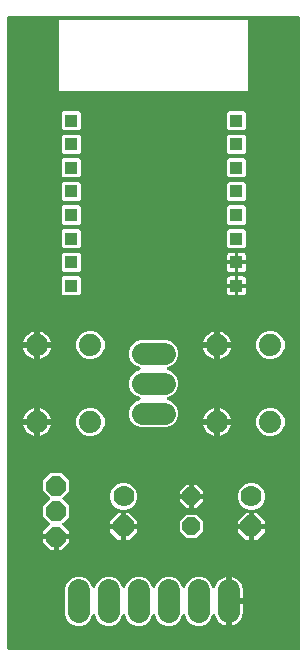
<source format=gbl>
G04 EAGLE Gerber RS-274X export*
G75*
%MOMM*%
%FSLAX34Y34*%
%LPD*%
%INBottom Copper*%
%IPPOS*%
%AMOC8*
5,1,8,0,0,1.08239X$1,22.5*%
G01*
%ADD10P,1.583577X8X112.500000*%
%ADD11C,1.778000*%
%ADD12P,1.924489X8X292.500000*%
%ADD13C,1.828800*%
%ADD14P,1.814519X8X112.500000*%
%ADD15R,1.108000X1.108000*%
%ADD16C,1.879600*%

G36*
X249648Y3016D02*
X249648Y3016D01*
X249767Y3023D01*
X249805Y3036D01*
X249846Y3041D01*
X249956Y3084D01*
X250069Y3121D01*
X250104Y3143D01*
X250141Y3158D01*
X250237Y3227D01*
X250338Y3291D01*
X250366Y3321D01*
X250399Y3344D01*
X250475Y3436D01*
X250556Y3523D01*
X250576Y3558D01*
X250601Y3589D01*
X250652Y3697D01*
X250710Y3801D01*
X250720Y3841D01*
X250737Y3877D01*
X250759Y3994D01*
X250789Y4109D01*
X250793Y4169D01*
X250797Y4189D01*
X250795Y4210D01*
X250799Y4270D01*
X250799Y538530D01*
X250784Y538648D01*
X250777Y538767D01*
X250764Y538805D01*
X250759Y538846D01*
X250716Y538956D01*
X250679Y539069D01*
X250657Y539104D01*
X250642Y539141D01*
X250573Y539237D01*
X250509Y539338D01*
X250479Y539366D01*
X250456Y539399D01*
X250364Y539475D01*
X250277Y539556D01*
X250242Y539576D01*
X250211Y539601D01*
X250103Y539652D01*
X249999Y539710D01*
X249959Y539720D01*
X249923Y539737D01*
X249806Y539759D01*
X249691Y539789D01*
X249631Y539793D01*
X249611Y539797D01*
X249590Y539795D01*
X249530Y539799D01*
X4270Y539799D01*
X4152Y539784D01*
X4033Y539777D01*
X3995Y539764D01*
X3954Y539759D01*
X3844Y539716D01*
X3731Y539679D01*
X3696Y539657D01*
X3659Y539642D01*
X3563Y539573D01*
X3462Y539509D01*
X3434Y539479D01*
X3401Y539456D01*
X3325Y539364D01*
X3244Y539277D01*
X3224Y539242D01*
X3199Y539211D01*
X3148Y539103D01*
X3090Y538999D01*
X3080Y538959D01*
X3063Y538923D01*
X3041Y538806D01*
X3011Y538691D01*
X3007Y538631D01*
X3003Y538611D01*
X3005Y538590D01*
X3001Y538530D01*
X3001Y4270D01*
X3016Y4152D01*
X3023Y4033D01*
X3036Y3995D01*
X3041Y3954D01*
X3084Y3844D01*
X3121Y3731D01*
X3143Y3696D01*
X3158Y3659D01*
X3227Y3563D01*
X3291Y3462D01*
X3321Y3434D01*
X3344Y3401D01*
X3436Y3325D01*
X3523Y3244D01*
X3558Y3224D01*
X3589Y3199D01*
X3697Y3148D01*
X3801Y3090D01*
X3841Y3080D01*
X3877Y3063D01*
X3994Y3041D01*
X4109Y3011D01*
X4169Y3007D01*
X4189Y3003D01*
X4210Y3005D01*
X4270Y3001D01*
X249530Y3001D01*
X249648Y3016D01*
G37*
%LPC*%
G36*
X47000Y476399D02*
X47000Y476399D01*
X46999Y476400D01*
X46999Y536400D01*
X47000Y536401D01*
X207000Y536401D01*
X207001Y536400D01*
X207001Y476400D01*
X207000Y476399D01*
X47000Y476399D01*
G37*
%LPD*%
%LPC*%
G36*
X61176Y23621D02*
X61176Y23621D01*
X56881Y25400D01*
X53594Y28687D01*
X51815Y32982D01*
X51815Y55918D01*
X53594Y60213D01*
X56881Y63500D01*
X61176Y65279D01*
X65824Y65279D01*
X70119Y63500D01*
X73406Y60213D01*
X75027Y56298D01*
X75096Y56177D01*
X75161Y56055D01*
X75175Y56040D01*
X75185Y56022D01*
X75282Y55922D01*
X75375Y55819D01*
X75392Y55808D01*
X75406Y55793D01*
X75525Y55721D01*
X75641Y55644D01*
X75660Y55638D01*
X75677Y55627D01*
X75810Y55586D01*
X75942Y55541D01*
X75962Y55540D01*
X75981Y55534D01*
X76120Y55527D01*
X76259Y55516D01*
X76279Y55519D01*
X76299Y55519D01*
X76435Y55547D01*
X76572Y55570D01*
X76591Y55579D01*
X76610Y55583D01*
X76736Y55644D01*
X76862Y55701D01*
X76878Y55714D01*
X76896Y55723D01*
X77002Y55813D01*
X77110Y55900D01*
X77123Y55916D01*
X77138Y55929D01*
X77218Y56043D01*
X77302Y56154D01*
X77314Y56179D01*
X77321Y56189D01*
X77328Y56208D01*
X77373Y56298D01*
X78994Y60213D01*
X82281Y63500D01*
X86576Y65279D01*
X91224Y65279D01*
X95519Y63500D01*
X98806Y60213D01*
X100427Y56298D01*
X100496Y56177D01*
X100561Y56055D01*
X100575Y56040D01*
X100585Y56022D01*
X100682Y55922D01*
X100775Y55819D01*
X100792Y55808D01*
X100806Y55793D01*
X100925Y55721D01*
X101041Y55644D01*
X101060Y55638D01*
X101077Y55627D01*
X101210Y55586D01*
X101342Y55541D01*
X101362Y55540D01*
X101381Y55534D01*
X101520Y55527D01*
X101659Y55516D01*
X101679Y55519D01*
X101699Y55519D01*
X101835Y55547D01*
X101972Y55570D01*
X101991Y55579D01*
X102010Y55583D01*
X102136Y55644D01*
X102262Y55701D01*
X102278Y55714D01*
X102296Y55723D01*
X102402Y55813D01*
X102510Y55900D01*
X102523Y55916D01*
X102538Y55929D01*
X102618Y56043D01*
X102702Y56154D01*
X102714Y56179D01*
X102721Y56189D01*
X102728Y56208D01*
X102773Y56298D01*
X104394Y60213D01*
X107681Y63500D01*
X111976Y65279D01*
X116624Y65279D01*
X120919Y63500D01*
X124206Y60213D01*
X125827Y56298D01*
X125896Y56177D01*
X125961Y56055D01*
X125975Y56040D01*
X125985Y56022D01*
X126082Y55922D01*
X126175Y55819D01*
X126192Y55808D01*
X126206Y55793D01*
X126325Y55721D01*
X126441Y55644D01*
X126460Y55638D01*
X126477Y55627D01*
X126610Y55586D01*
X126742Y55541D01*
X126762Y55540D01*
X126781Y55534D01*
X126920Y55527D01*
X127059Y55516D01*
X127079Y55519D01*
X127099Y55519D01*
X127235Y55547D01*
X127372Y55570D01*
X127391Y55579D01*
X127410Y55583D01*
X127536Y55644D01*
X127662Y55701D01*
X127678Y55714D01*
X127696Y55723D01*
X127802Y55813D01*
X127910Y55900D01*
X127923Y55916D01*
X127938Y55929D01*
X128018Y56043D01*
X128102Y56154D01*
X128114Y56179D01*
X128121Y56189D01*
X128128Y56208D01*
X128173Y56298D01*
X129794Y60213D01*
X133081Y63500D01*
X137376Y65279D01*
X142024Y65279D01*
X146319Y63500D01*
X149606Y60213D01*
X151227Y56298D01*
X151296Y56177D01*
X151361Y56055D01*
X151375Y56040D01*
X151385Y56022D01*
X151482Y55922D01*
X151575Y55819D01*
X151592Y55808D01*
X151606Y55793D01*
X151725Y55721D01*
X151841Y55644D01*
X151860Y55638D01*
X151877Y55627D01*
X152010Y55586D01*
X152142Y55541D01*
X152162Y55540D01*
X152181Y55534D01*
X152320Y55527D01*
X152459Y55516D01*
X152479Y55519D01*
X152499Y55519D01*
X152635Y55547D01*
X152772Y55570D01*
X152791Y55579D01*
X152810Y55583D01*
X152936Y55644D01*
X153062Y55701D01*
X153078Y55714D01*
X153096Y55723D01*
X153202Y55813D01*
X153310Y55900D01*
X153323Y55916D01*
X153338Y55929D01*
X153418Y56043D01*
X153502Y56154D01*
X153514Y56179D01*
X153521Y56189D01*
X153528Y56208D01*
X153573Y56298D01*
X155194Y60213D01*
X158481Y63500D01*
X162776Y65279D01*
X167424Y65279D01*
X171719Y63500D01*
X175006Y60213D01*
X176692Y56141D01*
X176698Y56131D01*
X176702Y56119D01*
X176711Y56103D01*
X176716Y56087D01*
X176783Y55982D01*
X176850Y55865D01*
X176858Y55856D01*
X176865Y55846D01*
X176878Y55833D01*
X176887Y55819D01*
X176977Y55734D01*
X177071Y55637D01*
X177082Y55630D01*
X177090Y55622D01*
X177107Y55612D01*
X177118Y55601D01*
X177226Y55542D01*
X177342Y55470D01*
X177354Y55467D01*
X177364Y55461D01*
X177383Y55455D01*
X177397Y55448D01*
X177516Y55417D01*
X177646Y55377D01*
X177658Y55376D01*
X177670Y55373D01*
X177689Y55372D01*
X177705Y55368D01*
X177827Y55368D01*
X177964Y55362D01*
X177976Y55364D01*
X177988Y55364D01*
X178007Y55368D01*
X178023Y55368D01*
X178142Y55398D01*
X178275Y55426D01*
X178286Y55431D01*
X178298Y55434D01*
X178315Y55443D01*
X178331Y55447D01*
X178439Y55506D01*
X178561Y55566D01*
X178570Y55574D01*
X178581Y55579D01*
X178595Y55592D01*
X178610Y55600D01*
X178700Y55684D01*
X178803Y55772D01*
X178810Y55782D01*
X178819Y55790D01*
X178830Y55806D01*
X178842Y55817D01*
X178909Y55923D01*
X178986Y56032D01*
X178990Y56043D01*
X178997Y56054D01*
X179004Y56071D01*
X179013Y56086D01*
X179072Y56235D01*
X179671Y58079D01*
X180506Y59718D01*
X181587Y61206D01*
X182888Y62507D01*
X184376Y63588D01*
X186015Y64423D01*
X187764Y64991D01*
X187961Y65022D01*
X187961Y45720D01*
X187976Y45602D01*
X187983Y45483D01*
X187996Y45445D01*
X188001Y45405D01*
X188044Y45294D01*
X188081Y45181D01*
X188103Y45147D01*
X188118Y45109D01*
X188188Y45013D01*
X188251Y44912D01*
X188281Y44884D01*
X188304Y44852D01*
X188396Y44776D01*
X188483Y44694D01*
X188518Y44675D01*
X188549Y44649D01*
X188657Y44598D01*
X188761Y44541D01*
X188801Y44530D01*
X188837Y44513D01*
X188954Y44491D01*
X189069Y44461D01*
X189130Y44457D01*
X189150Y44453D01*
X189170Y44455D01*
X189230Y44451D01*
X190501Y44451D01*
X190501Y44449D01*
X189230Y44449D01*
X189112Y44434D01*
X188993Y44427D01*
X188955Y44414D01*
X188914Y44409D01*
X188804Y44365D01*
X188691Y44329D01*
X188656Y44307D01*
X188619Y44292D01*
X188523Y44222D01*
X188422Y44159D01*
X188394Y44129D01*
X188361Y44105D01*
X188286Y44014D01*
X188204Y43927D01*
X188184Y43892D01*
X188159Y43860D01*
X188108Y43753D01*
X188050Y43648D01*
X188040Y43609D01*
X188023Y43573D01*
X188001Y43456D01*
X187971Y43341D01*
X187967Y43280D01*
X187963Y43260D01*
X187965Y43240D01*
X187961Y43180D01*
X187961Y23878D01*
X187764Y23909D01*
X186015Y24477D01*
X184376Y25312D01*
X182888Y26393D01*
X181587Y27694D01*
X180506Y29182D01*
X179671Y30821D01*
X179072Y32665D01*
X179062Y32686D01*
X179057Y32709D01*
X179054Y32715D01*
X179052Y32721D01*
X178991Y32838D01*
X178937Y32953D01*
X178922Y32970D01*
X178911Y32992D01*
X178907Y32997D01*
X178904Y33002D01*
X178814Y33101D01*
X178734Y33198D01*
X178716Y33211D01*
X178699Y33229D01*
X178694Y33233D01*
X178690Y33238D01*
X178577Y33312D01*
X178477Y33385D01*
X178456Y33393D01*
X178436Y33407D01*
X178429Y33409D01*
X178424Y33412D01*
X178296Y33456D01*
X178181Y33502D01*
X178159Y33505D01*
X178136Y33513D01*
X178129Y33513D01*
X178123Y33516D01*
X177988Y33526D01*
X177866Y33542D01*
X177844Y33539D01*
X177819Y33541D01*
X177813Y33540D01*
X177806Y33541D01*
X177672Y33517D01*
X177550Y33502D01*
X177530Y33494D01*
X177505Y33490D01*
X177499Y33487D01*
X177493Y33486D01*
X177369Y33430D01*
X177254Y33385D01*
X177237Y33372D01*
X177214Y33362D01*
X177209Y33358D01*
X177203Y33356D01*
X177097Y33271D01*
X176997Y33199D01*
X176983Y33181D01*
X176963Y33166D01*
X176960Y33161D01*
X176955Y33157D01*
X176874Y33050D01*
X176794Y32954D01*
X176784Y32933D01*
X176770Y32914D01*
X176767Y32908D01*
X176763Y32903D01*
X176692Y32759D01*
X175006Y28687D01*
X171719Y25400D01*
X167424Y23621D01*
X162776Y23621D01*
X158481Y25400D01*
X155194Y28687D01*
X153573Y32602D01*
X153504Y32722D01*
X153439Y32845D01*
X153425Y32860D01*
X153415Y32878D01*
X153318Y32978D01*
X153225Y33081D01*
X153208Y33092D01*
X153194Y33106D01*
X153076Y33179D01*
X152959Y33256D01*
X152940Y33262D01*
X152923Y33273D01*
X152790Y33314D01*
X152658Y33359D01*
X152638Y33360D01*
X152619Y33366D01*
X152480Y33373D01*
X152341Y33384D01*
X152321Y33381D01*
X152301Y33381D01*
X152165Y33353D01*
X152028Y33330D01*
X152010Y33321D01*
X151990Y33317D01*
X151864Y33256D01*
X151738Y33199D01*
X151722Y33186D01*
X151704Y33177D01*
X151598Y33087D01*
X151490Y33000D01*
X151477Y32984D01*
X151462Y32971D01*
X151382Y32857D01*
X151298Y32746D01*
X151286Y32721D01*
X151279Y32711D01*
X151272Y32692D01*
X151227Y32602D01*
X149606Y28687D01*
X146319Y25400D01*
X142024Y23621D01*
X137376Y23621D01*
X133081Y25400D01*
X129794Y28687D01*
X128173Y32602D01*
X128104Y32722D01*
X128039Y32845D01*
X128025Y32860D01*
X128015Y32878D01*
X127918Y32978D01*
X127825Y33081D01*
X127808Y33092D01*
X127794Y33106D01*
X127676Y33179D01*
X127559Y33256D01*
X127540Y33262D01*
X127523Y33273D01*
X127390Y33314D01*
X127258Y33359D01*
X127238Y33360D01*
X127219Y33366D01*
X127080Y33373D01*
X126941Y33384D01*
X126921Y33381D01*
X126901Y33381D01*
X126765Y33353D01*
X126628Y33330D01*
X126610Y33321D01*
X126590Y33317D01*
X126464Y33256D01*
X126338Y33199D01*
X126322Y33186D01*
X126304Y33177D01*
X126198Y33087D01*
X126090Y33000D01*
X126077Y32984D01*
X126062Y32971D01*
X125982Y32857D01*
X125898Y32746D01*
X125886Y32721D01*
X125879Y32711D01*
X125872Y32692D01*
X125827Y32602D01*
X124206Y28687D01*
X120919Y25400D01*
X116624Y23621D01*
X111976Y23621D01*
X107681Y25400D01*
X104394Y28687D01*
X102773Y32602D01*
X102704Y32722D01*
X102639Y32845D01*
X102625Y32860D01*
X102615Y32878D01*
X102518Y32978D01*
X102425Y33081D01*
X102408Y33092D01*
X102394Y33106D01*
X102276Y33179D01*
X102159Y33256D01*
X102140Y33262D01*
X102123Y33273D01*
X101990Y33314D01*
X101858Y33359D01*
X101838Y33360D01*
X101819Y33366D01*
X101680Y33373D01*
X101541Y33384D01*
X101521Y33381D01*
X101501Y33381D01*
X101365Y33353D01*
X101228Y33330D01*
X101210Y33321D01*
X101190Y33317D01*
X101064Y33256D01*
X100938Y33199D01*
X100922Y33186D01*
X100904Y33177D01*
X100798Y33087D01*
X100690Y33000D01*
X100677Y32984D01*
X100662Y32971D01*
X100582Y32857D01*
X100498Y32746D01*
X100486Y32721D01*
X100479Y32711D01*
X100472Y32692D01*
X100427Y32602D01*
X98806Y28687D01*
X95519Y25400D01*
X91224Y23621D01*
X86576Y23621D01*
X82281Y25400D01*
X78994Y28687D01*
X77373Y32602D01*
X77304Y32722D01*
X77239Y32845D01*
X77225Y32860D01*
X77215Y32878D01*
X77118Y32978D01*
X77025Y33081D01*
X77008Y33092D01*
X76994Y33106D01*
X76876Y33179D01*
X76759Y33256D01*
X76740Y33262D01*
X76723Y33273D01*
X76590Y33314D01*
X76458Y33359D01*
X76438Y33360D01*
X76419Y33366D01*
X76280Y33373D01*
X76141Y33384D01*
X76121Y33381D01*
X76101Y33381D01*
X75965Y33353D01*
X75828Y33330D01*
X75810Y33321D01*
X75790Y33317D01*
X75664Y33256D01*
X75538Y33199D01*
X75522Y33186D01*
X75504Y33177D01*
X75398Y33087D01*
X75290Y33000D01*
X75277Y32984D01*
X75262Y32971D01*
X75182Y32857D01*
X75098Y32746D01*
X75086Y32721D01*
X75079Y32711D01*
X75072Y32692D01*
X75027Y32602D01*
X73406Y28687D01*
X70119Y25400D01*
X65824Y23621D01*
X61176Y23621D01*
G37*
%LPD*%
%LPC*%
G36*
X115532Y191515D02*
X115532Y191515D01*
X111237Y193294D01*
X107950Y196581D01*
X106171Y200876D01*
X106171Y205524D01*
X107950Y209819D01*
X111237Y213106D01*
X115152Y214727D01*
X115272Y214796D01*
X115395Y214861D01*
X115410Y214875D01*
X115428Y214885D01*
X115528Y214982D01*
X115631Y215075D01*
X115642Y215092D01*
X115656Y215106D01*
X115729Y215224D01*
X115806Y215341D01*
X115812Y215360D01*
X115823Y215377D01*
X115864Y215510D01*
X115909Y215642D01*
X115910Y215662D01*
X115916Y215681D01*
X115923Y215820D01*
X115934Y215959D01*
X115931Y215979D01*
X115931Y215999D01*
X115903Y216135D01*
X115880Y216272D01*
X115871Y216290D01*
X115867Y216310D01*
X115806Y216436D01*
X115749Y216562D01*
X115736Y216578D01*
X115727Y216596D01*
X115637Y216702D01*
X115550Y216810D01*
X115534Y216823D01*
X115521Y216838D01*
X115407Y216918D01*
X115296Y217002D01*
X115271Y217014D01*
X115261Y217021D01*
X115242Y217028D01*
X115152Y217073D01*
X111237Y218694D01*
X107950Y221981D01*
X106171Y226276D01*
X106171Y230924D01*
X107950Y235219D01*
X111237Y238506D01*
X115152Y240127D01*
X115272Y240196D01*
X115395Y240261D01*
X115410Y240275D01*
X115428Y240285D01*
X115528Y240382D01*
X115631Y240475D01*
X115642Y240492D01*
X115656Y240506D01*
X115729Y240624D01*
X115806Y240741D01*
X115812Y240760D01*
X115823Y240777D01*
X115864Y240910D01*
X115909Y241042D01*
X115910Y241062D01*
X115916Y241081D01*
X115923Y241220D01*
X115934Y241359D01*
X115931Y241379D01*
X115931Y241399D01*
X115903Y241535D01*
X115880Y241672D01*
X115871Y241690D01*
X115867Y241710D01*
X115806Y241836D01*
X115749Y241962D01*
X115736Y241978D01*
X115727Y241996D01*
X115637Y242102D01*
X115550Y242210D01*
X115534Y242223D01*
X115521Y242238D01*
X115407Y242318D01*
X115296Y242402D01*
X115271Y242414D01*
X115261Y242421D01*
X115242Y242428D01*
X115152Y242473D01*
X111237Y244094D01*
X107950Y247381D01*
X106171Y251676D01*
X106171Y256324D01*
X107950Y260619D01*
X111237Y263906D01*
X115532Y265685D01*
X138468Y265685D01*
X142763Y263906D01*
X146050Y260619D01*
X147829Y256324D01*
X147829Y251676D01*
X146050Y247381D01*
X142763Y244094D01*
X138848Y242473D01*
X138727Y242404D01*
X138605Y242339D01*
X138590Y242325D01*
X138572Y242315D01*
X138472Y242218D01*
X138369Y242125D01*
X138358Y242108D01*
X138343Y242094D01*
X138271Y241975D01*
X138194Y241859D01*
X138188Y241840D01*
X138177Y241823D01*
X138136Y241690D01*
X138091Y241558D01*
X138090Y241538D01*
X138084Y241519D01*
X138077Y241380D01*
X138066Y241241D01*
X138069Y241221D01*
X138069Y241201D01*
X138097Y241065D01*
X138120Y240928D01*
X138129Y240909D01*
X138133Y240890D01*
X138194Y240764D01*
X138251Y240638D01*
X138264Y240622D01*
X138273Y240604D01*
X138363Y240498D01*
X138450Y240390D01*
X138466Y240377D01*
X138479Y240362D01*
X138593Y240282D01*
X138704Y240198D01*
X138729Y240186D01*
X138739Y240179D01*
X138758Y240172D01*
X138848Y240127D01*
X142763Y238506D01*
X146050Y235219D01*
X147829Y230924D01*
X147829Y226276D01*
X146050Y221981D01*
X142763Y218694D01*
X138848Y217073D01*
X138727Y217004D01*
X138605Y216939D01*
X138590Y216925D01*
X138572Y216915D01*
X138472Y216818D01*
X138369Y216725D01*
X138358Y216708D01*
X138343Y216694D01*
X138271Y216575D01*
X138194Y216459D01*
X138188Y216440D01*
X138177Y216423D01*
X138136Y216290D01*
X138091Y216158D01*
X138090Y216138D01*
X138084Y216119D01*
X138077Y215980D01*
X138066Y215841D01*
X138069Y215821D01*
X138069Y215801D01*
X138097Y215665D01*
X138120Y215528D01*
X138129Y215509D01*
X138133Y215490D01*
X138194Y215364D01*
X138251Y215238D01*
X138264Y215222D01*
X138273Y215204D01*
X138363Y215098D01*
X138450Y214990D01*
X138466Y214977D01*
X138479Y214962D01*
X138593Y214882D01*
X138704Y214798D01*
X138729Y214786D01*
X138739Y214779D01*
X138758Y214772D01*
X138848Y214727D01*
X142763Y213106D01*
X146050Y209819D01*
X147829Y205524D01*
X147829Y200876D01*
X146050Y196581D01*
X142763Y193294D01*
X138468Y191515D01*
X115532Y191515D01*
G37*
%LPD*%
%LPC*%
G36*
X44435Y100848D02*
X44435Y100848D01*
X44400Y100868D01*
X44368Y100893D01*
X44261Y100944D01*
X44156Y101002D01*
X44117Y101012D01*
X44081Y101029D01*
X43964Y101051D01*
X43848Y101081D01*
X43788Y101085D01*
X43768Y101089D01*
X43748Y101087D01*
X43688Y101091D01*
X33527Y101091D01*
X33527Y103584D01*
X38900Y108958D01*
X38974Y109052D01*
X39052Y109141D01*
X39071Y109177D01*
X39095Y109209D01*
X39143Y109318D01*
X39197Y109424D01*
X39206Y109463D01*
X39222Y109501D01*
X39240Y109618D01*
X39266Y109734D01*
X39265Y109775D01*
X39272Y109815D01*
X39260Y109933D01*
X39257Y110052D01*
X39246Y110091D01*
X39242Y110131D01*
X39201Y110244D01*
X39168Y110358D01*
X39148Y110393D01*
X39134Y110431D01*
X39067Y110529D01*
X39007Y110632D01*
X38967Y110677D01*
X38956Y110694D01*
X38940Y110707D01*
X38900Y110753D01*
X33527Y116126D01*
X33527Y125174D01*
X38900Y130547D01*
X38974Y130642D01*
X39052Y130731D01*
X39071Y130767D01*
X39095Y130799D01*
X39143Y130908D01*
X39197Y131014D01*
X39206Y131053D01*
X39222Y131091D01*
X39240Y131208D01*
X39266Y131324D01*
X39265Y131365D01*
X39272Y131405D01*
X39260Y131523D01*
X39257Y131642D01*
X39246Y131681D01*
X39242Y131721D01*
X39201Y131834D01*
X39168Y131948D01*
X39148Y131982D01*
X39134Y132021D01*
X39067Y132119D01*
X39007Y132222D01*
X38967Y132267D01*
X38956Y132284D01*
X38940Y132297D01*
X38900Y132342D01*
X33527Y137716D01*
X33527Y146764D01*
X39926Y153163D01*
X48974Y153163D01*
X55373Y146764D01*
X55373Y137716D01*
X50000Y132342D01*
X49926Y132248D01*
X49848Y132159D01*
X49829Y132123D01*
X49805Y132091D01*
X49757Y131982D01*
X49703Y131876D01*
X49694Y131837D01*
X49678Y131799D01*
X49660Y131682D01*
X49634Y131566D01*
X49635Y131525D01*
X49628Y131485D01*
X49640Y131367D01*
X49643Y131248D01*
X49654Y131209D01*
X49658Y131169D01*
X49699Y131056D01*
X49732Y130942D01*
X49752Y130907D01*
X49766Y130869D01*
X49833Y130771D01*
X49893Y130668D01*
X49933Y130623D01*
X49944Y130606D01*
X49960Y130593D01*
X50000Y130547D01*
X55373Y125174D01*
X55373Y116126D01*
X50000Y110753D01*
X49926Y110658D01*
X49848Y110569D01*
X49829Y110533D01*
X49805Y110501D01*
X49757Y110392D01*
X49703Y110286D01*
X49694Y110247D01*
X49678Y110209D01*
X49660Y110092D01*
X49634Y109976D01*
X49635Y109935D01*
X49628Y109895D01*
X49640Y109777D01*
X49643Y109658D01*
X49654Y109619D01*
X49658Y109579D01*
X49699Y109466D01*
X49732Y109352D01*
X49752Y109318D01*
X49766Y109279D01*
X49833Y109181D01*
X49893Y109078D01*
X49933Y109033D01*
X49944Y109016D01*
X49960Y109003D01*
X50000Y108958D01*
X55373Y103584D01*
X55373Y101091D01*
X45212Y101091D01*
X45094Y101076D01*
X44975Y101069D01*
X44937Y101056D01*
X44897Y101051D01*
X44786Y101008D01*
X44673Y100971D01*
X44639Y100949D01*
X44601Y100934D01*
X44505Y100865D01*
X44453Y100831D01*
X44435Y100848D01*
G37*
%LPD*%
%LPC*%
G36*
X71031Y184149D02*
X71031Y184149D01*
X66643Y185967D01*
X63285Y189325D01*
X61467Y193713D01*
X61467Y198463D01*
X63285Y202851D01*
X66643Y206209D01*
X71031Y208027D01*
X75781Y208027D01*
X80169Y206209D01*
X83527Y202851D01*
X85345Y198463D01*
X85345Y193713D01*
X83527Y189325D01*
X80169Y185967D01*
X75781Y184149D01*
X71031Y184149D01*
G37*
%LPD*%
%LPC*%
G36*
X223431Y184149D02*
X223431Y184149D01*
X219043Y185967D01*
X215685Y189325D01*
X213867Y193713D01*
X213867Y198463D01*
X215685Y202851D01*
X219043Y206209D01*
X223431Y208027D01*
X228181Y208027D01*
X232569Y206209D01*
X235927Y202851D01*
X237745Y198463D01*
X237745Y193713D01*
X235927Y189325D01*
X232569Y185967D01*
X228181Y184149D01*
X223431Y184149D01*
G37*
%LPD*%
%LPC*%
G36*
X223431Y249173D02*
X223431Y249173D01*
X219043Y250991D01*
X215685Y254349D01*
X213867Y258737D01*
X213867Y263487D01*
X215685Y267875D01*
X219043Y271233D01*
X223431Y273051D01*
X228181Y273051D01*
X232569Y271233D01*
X235927Y267875D01*
X237745Y263487D01*
X237745Y258737D01*
X235927Y254349D01*
X232569Y250991D01*
X228181Y249173D01*
X223431Y249173D01*
G37*
%LPD*%
%LPC*%
G36*
X71031Y249173D02*
X71031Y249173D01*
X66643Y250991D01*
X63285Y254349D01*
X61467Y258737D01*
X61467Y263487D01*
X63285Y267875D01*
X66643Y271233D01*
X71031Y273051D01*
X75781Y273051D01*
X80169Y271233D01*
X83527Y267875D01*
X85345Y263487D01*
X85345Y258737D01*
X83527Y254349D01*
X80169Y250991D01*
X75781Y249173D01*
X71031Y249173D01*
G37*
%LPD*%
%LPC*%
G36*
X99326Y121919D02*
X99326Y121919D01*
X95125Y123659D01*
X91909Y126875D01*
X90169Y131076D01*
X90169Y135624D01*
X91909Y139825D01*
X95125Y143041D01*
X99326Y144781D01*
X103874Y144781D01*
X108075Y143041D01*
X111291Y139825D01*
X113031Y135624D01*
X113031Y131076D01*
X111291Y126875D01*
X108075Y123659D01*
X103874Y121919D01*
X99326Y121919D01*
G37*
%LPD*%
%LPC*%
G36*
X207276Y121919D02*
X207276Y121919D01*
X203075Y123659D01*
X199859Y126875D01*
X198119Y131076D01*
X198119Y135624D01*
X199859Y139825D01*
X203075Y143041D01*
X207276Y144781D01*
X211824Y144781D01*
X216025Y143041D01*
X219241Y139825D01*
X220981Y135624D01*
X220981Y131076D01*
X219241Y126875D01*
X216025Y123659D01*
X211824Y121919D01*
X207276Y121919D01*
G37*
%LPD*%
%LPC*%
G36*
X154668Y98094D02*
X154668Y98094D01*
X148894Y103868D01*
X148894Y112032D01*
X154668Y117806D01*
X162832Y117806D01*
X168606Y112032D01*
X168606Y103868D01*
X162832Y98094D01*
X154668Y98094D01*
G37*
%LPD*%
%LPC*%
G36*
X190408Y443319D02*
X190408Y443319D01*
X188919Y444808D01*
X188919Y457992D01*
X190408Y459481D01*
X203592Y459481D01*
X205081Y457992D01*
X205081Y444808D01*
X203592Y443319D01*
X190408Y443319D01*
G37*
%LPD*%
%LPC*%
G36*
X50408Y443319D02*
X50408Y443319D01*
X48919Y444808D01*
X48919Y457992D01*
X50408Y459481D01*
X63592Y459481D01*
X65081Y457992D01*
X65081Y444808D01*
X63592Y443319D01*
X50408Y443319D01*
G37*
%LPD*%
%LPC*%
G36*
X190408Y423319D02*
X190408Y423319D01*
X188919Y424808D01*
X188919Y437992D01*
X190408Y439481D01*
X203592Y439481D01*
X205081Y437992D01*
X205081Y424808D01*
X203592Y423319D01*
X190408Y423319D01*
G37*
%LPD*%
%LPC*%
G36*
X50408Y423319D02*
X50408Y423319D01*
X48919Y424808D01*
X48919Y437992D01*
X50408Y439481D01*
X63592Y439481D01*
X65081Y437992D01*
X65081Y424808D01*
X63592Y423319D01*
X50408Y423319D01*
G37*
%LPD*%
%LPC*%
G36*
X190408Y403319D02*
X190408Y403319D01*
X188919Y404808D01*
X188919Y417992D01*
X190408Y419481D01*
X203592Y419481D01*
X205081Y417992D01*
X205081Y404808D01*
X203592Y403319D01*
X190408Y403319D01*
G37*
%LPD*%
%LPC*%
G36*
X50408Y403319D02*
X50408Y403319D01*
X48919Y404808D01*
X48919Y417992D01*
X50408Y419481D01*
X63592Y419481D01*
X65081Y417992D01*
X65081Y404808D01*
X63592Y403319D01*
X50408Y403319D01*
G37*
%LPD*%
%LPC*%
G36*
X190408Y383319D02*
X190408Y383319D01*
X188919Y384808D01*
X188919Y397992D01*
X190408Y399481D01*
X203592Y399481D01*
X205081Y397992D01*
X205081Y384808D01*
X203592Y383319D01*
X190408Y383319D01*
G37*
%LPD*%
%LPC*%
G36*
X50408Y383319D02*
X50408Y383319D01*
X48919Y384808D01*
X48919Y397992D01*
X50408Y399481D01*
X63592Y399481D01*
X65081Y397992D01*
X65081Y384808D01*
X63592Y383319D01*
X50408Y383319D01*
G37*
%LPD*%
%LPC*%
G36*
X190408Y363319D02*
X190408Y363319D01*
X188919Y364808D01*
X188919Y377992D01*
X190408Y379481D01*
X203592Y379481D01*
X205081Y377992D01*
X205081Y364808D01*
X203592Y363319D01*
X190408Y363319D01*
G37*
%LPD*%
%LPC*%
G36*
X50408Y363319D02*
X50408Y363319D01*
X48919Y364808D01*
X48919Y377992D01*
X50408Y379481D01*
X63592Y379481D01*
X65081Y377992D01*
X65081Y364808D01*
X63592Y363319D01*
X50408Y363319D01*
G37*
%LPD*%
%LPC*%
G36*
X190408Y343319D02*
X190408Y343319D01*
X188919Y344808D01*
X188919Y357992D01*
X190408Y359481D01*
X203592Y359481D01*
X205081Y357992D01*
X205081Y344808D01*
X203592Y343319D01*
X190408Y343319D01*
G37*
%LPD*%
%LPC*%
G36*
X50408Y343319D02*
X50408Y343319D01*
X48919Y344808D01*
X48919Y357992D01*
X50408Y359481D01*
X63592Y359481D01*
X65081Y357992D01*
X65081Y344808D01*
X63592Y343319D01*
X50408Y343319D01*
G37*
%LPD*%
%LPC*%
G36*
X50408Y323319D02*
X50408Y323319D01*
X48919Y324808D01*
X48919Y337992D01*
X50408Y339481D01*
X63592Y339481D01*
X65081Y337992D01*
X65081Y324808D01*
X63592Y323319D01*
X50408Y323319D01*
G37*
%LPD*%
%LPC*%
G36*
X50408Y303319D02*
X50408Y303319D01*
X48919Y304808D01*
X48919Y317992D01*
X50408Y319481D01*
X63592Y319481D01*
X65081Y317992D01*
X65081Y304808D01*
X63592Y303319D01*
X50408Y303319D01*
G37*
%LPD*%
%LPC*%
G36*
X193039Y46989D02*
X193039Y46989D01*
X193039Y65022D01*
X193236Y64991D01*
X194985Y64423D01*
X196624Y63588D01*
X198112Y62507D01*
X199413Y61206D01*
X200494Y59718D01*
X201329Y58079D01*
X201897Y56330D01*
X202185Y54514D01*
X202185Y46989D01*
X193039Y46989D01*
G37*
%LPD*%
%LPC*%
G36*
X193039Y41911D02*
X193039Y41911D01*
X202185Y41911D01*
X202185Y34386D01*
X201897Y32570D01*
X201329Y30821D01*
X200494Y29182D01*
X199413Y27694D01*
X198112Y26393D01*
X196624Y25312D01*
X194985Y24477D01*
X193236Y23909D01*
X193039Y23878D01*
X193039Y41911D01*
G37*
%LPD*%
%LPC*%
G36*
X211581Y109981D02*
X211581Y109981D01*
X211581Y119381D01*
X214285Y119381D01*
X220981Y112685D01*
X220981Y109981D01*
X211581Y109981D01*
G37*
%LPD*%
%LPC*%
G36*
X103631Y109981D02*
X103631Y109981D01*
X103631Y119381D01*
X106335Y119381D01*
X113031Y112685D01*
X113031Y109981D01*
X103631Y109981D01*
G37*
%LPD*%
%LPC*%
G36*
X90169Y109981D02*
X90169Y109981D01*
X90169Y112685D01*
X96865Y119381D01*
X99569Y119381D01*
X99569Y109981D01*
X90169Y109981D01*
G37*
%LPD*%
%LPC*%
G36*
X198119Y109981D02*
X198119Y109981D01*
X198119Y112685D01*
X204815Y119381D01*
X207519Y119381D01*
X207519Y109981D01*
X198119Y109981D01*
G37*
%LPD*%
%LPC*%
G36*
X103631Y96519D02*
X103631Y96519D01*
X103631Y105919D01*
X113031Y105919D01*
X113031Y103215D01*
X106335Y96519D01*
X103631Y96519D01*
G37*
%LPD*%
%LPC*%
G36*
X211581Y96519D02*
X211581Y96519D01*
X211581Y105919D01*
X220981Y105919D01*
X220981Y103215D01*
X214285Y96519D01*
X211581Y96519D01*
G37*
%LPD*%
%LPC*%
G36*
X204815Y96519D02*
X204815Y96519D01*
X198119Y103215D01*
X198119Y105919D01*
X207519Y105919D01*
X207519Y96519D01*
X204815Y96519D01*
G37*
%LPD*%
%LPC*%
G36*
X96865Y96519D02*
X96865Y96519D01*
X90169Y103215D01*
X90169Y105919D01*
X99569Y105919D01*
X99569Y96519D01*
X96865Y96519D01*
G37*
%LPD*%
%LPC*%
G36*
X46481Y88137D02*
X46481Y88137D01*
X46481Y97029D01*
X55373Y97029D01*
X55373Y94536D01*
X48974Y88137D01*
X46481Y88137D01*
G37*
%LPD*%
%LPC*%
G36*
X39926Y88137D02*
X39926Y88137D01*
X33527Y94536D01*
X33527Y97029D01*
X42419Y97029D01*
X42419Y88137D01*
X39926Y88137D01*
G37*
%LPD*%
%LPC*%
G36*
X30733Y198627D02*
X30733Y198627D01*
X30733Y207773D01*
X30990Y207733D01*
X32777Y207152D01*
X34451Y206299D01*
X35972Y205194D01*
X37300Y203866D01*
X38405Y202345D01*
X39258Y200671D01*
X39839Y198884D01*
X39879Y198627D01*
X30733Y198627D01*
G37*
%LPD*%
%LPC*%
G36*
X183133Y198627D02*
X183133Y198627D01*
X183133Y207773D01*
X183390Y207733D01*
X185177Y207152D01*
X186851Y206299D01*
X188372Y205194D01*
X189700Y203866D01*
X190805Y202345D01*
X191658Y200671D01*
X192239Y198884D01*
X192279Y198627D01*
X183133Y198627D01*
G37*
%LPD*%
%LPC*%
G36*
X30733Y263651D02*
X30733Y263651D01*
X30733Y272797D01*
X30990Y272757D01*
X32777Y272176D01*
X34451Y271323D01*
X35972Y270218D01*
X37300Y268890D01*
X38405Y267369D01*
X39258Y265695D01*
X39839Y263908D01*
X39879Y263651D01*
X30733Y263651D01*
G37*
%LPD*%
%LPC*%
G36*
X183133Y263651D02*
X183133Y263651D01*
X183133Y272797D01*
X183390Y272757D01*
X185177Y272176D01*
X186851Y271323D01*
X188372Y270218D01*
X189700Y268890D01*
X190805Y267369D01*
X191658Y265695D01*
X192239Y263908D01*
X192279Y263651D01*
X183133Y263651D01*
G37*
%LPD*%
%LPC*%
G36*
X30733Y258573D02*
X30733Y258573D01*
X39879Y258573D01*
X39839Y258316D01*
X39258Y256529D01*
X38405Y254855D01*
X37300Y253334D01*
X35972Y252006D01*
X34451Y250901D01*
X32777Y250048D01*
X30990Y249467D01*
X30733Y249427D01*
X30733Y258573D01*
G37*
%LPD*%
%LPC*%
G36*
X183133Y258573D02*
X183133Y258573D01*
X192279Y258573D01*
X192239Y258316D01*
X191658Y256529D01*
X190805Y254855D01*
X189700Y253334D01*
X188372Y252006D01*
X186851Y250901D01*
X185177Y250048D01*
X183390Y249467D01*
X183133Y249427D01*
X183133Y258573D01*
G37*
%LPD*%
%LPC*%
G36*
X16509Y198627D02*
X16509Y198627D01*
X16549Y198884D01*
X17130Y200671D01*
X17983Y202345D01*
X19088Y203866D01*
X20416Y205194D01*
X21937Y206299D01*
X23611Y207152D01*
X25398Y207733D01*
X25655Y207773D01*
X25655Y198627D01*
X16509Y198627D01*
G37*
%LPD*%
%LPC*%
G36*
X168909Y198627D02*
X168909Y198627D01*
X168949Y198884D01*
X169530Y200671D01*
X170383Y202345D01*
X171488Y203866D01*
X172816Y205194D01*
X174337Y206299D01*
X176011Y207152D01*
X177798Y207733D01*
X178055Y207773D01*
X178055Y198627D01*
X168909Y198627D01*
G37*
%LPD*%
%LPC*%
G36*
X16509Y263651D02*
X16509Y263651D01*
X16549Y263908D01*
X17130Y265695D01*
X17983Y267369D01*
X19088Y268890D01*
X20416Y270218D01*
X21937Y271323D01*
X23611Y272176D01*
X25398Y272757D01*
X25655Y272797D01*
X25655Y263651D01*
X16509Y263651D01*
G37*
%LPD*%
%LPC*%
G36*
X168909Y263651D02*
X168909Y263651D01*
X168949Y263908D01*
X169530Y265695D01*
X170383Y267369D01*
X171488Y268890D01*
X172816Y270218D01*
X174337Y271323D01*
X176011Y272176D01*
X177798Y272757D01*
X178055Y272797D01*
X178055Y263651D01*
X168909Y263651D01*
G37*
%LPD*%
%LPC*%
G36*
X30733Y193549D02*
X30733Y193549D01*
X39879Y193549D01*
X39839Y193292D01*
X39258Y191505D01*
X38405Y189831D01*
X37300Y188310D01*
X35972Y186982D01*
X34451Y185877D01*
X32777Y185024D01*
X30990Y184443D01*
X30733Y184403D01*
X30733Y193549D01*
G37*
%LPD*%
%LPC*%
G36*
X183133Y193549D02*
X183133Y193549D01*
X192279Y193549D01*
X192239Y193292D01*
X191658Y191505D01*
X190805Y189831D01*
X189700Y188310D01*
X188372Y186982D01*
X186851Y185877D01*
X185177Y185024D01*
X183390Y184443D01*
X183133Y184403D01*
X183133Y193549D01*
G37*
%LPD*%
%LPC*%
G36*
X177798Y249467D02*
X177798Y249467D01*
X176011Y250048D01*
X174337Y250901D01*
X172816Y252006D01*
X171488Y253334D01*
X170383Y254855D01*
X169530Y256529D01*
X168949Y258316D01*
X168909Y258573D01*
X178055Y258573D01*
X178055Y249427D01*
X177798Y249467D01*
G37*
%LPD*%
%LPC*%
G36*
X25398Y249467D02*
X25398Y249467D01*
X23611Y250048D01*
X21937Y250901D01*
X20416Y252006D01*
X19088Y253334D01*
X17983Y254855D01*
X17130Y256529D01*
X16549Y258316D01*
X16509Y258573D01*
X25655Y258573D01*
X25655Y249427D01*
X25398Y249467D01*
G37*
%LPD*%
%LPC*%
G36*
X25398Y184443D02*
X25398Y184443D01*
X23611Y185024D01*
X21937Y185877D01*
X20416Y186982D01*
X19088Y188310D01*
X17983Y189831D01*
X17130Y191505D01*
X16549Y193292D01*
X16509Y193549D01*
X25655Y193549D01*
X25655Y184403D01*
X25398Y184443D01*
G37*
%LPD*%
%LPC*%
G36*
X177798Y184443D02*
X177798Y184443D01*
X176011Y185024D01*
X174337Y185877D01*
X172816Y186982D01*
X171488Y188310D01*
X170383Y189831D01*
X169530Y191505D01*
X168949Y193292D01*
X168909Y193549D01*
X178055Y193549D01*
X178055Y184403D01*
X177798Y184443D01*
G37*
%LPD*%
%LPC*%
G36*
X160781Y135381D02*
X160781Y135381D01*
X160781Y143206D01*
X162832Y143206D01*
X168606Y137432D01*
X168606Y135381D01*
X160781Y135381D01*
G37*
%LPD*%
%LPC*%
G36*
X160781Y131319D02*
X160781Y131319D01*
X168606Y131319D01*
X168606Y129268D01*
X162832Y123494D01*
X160781Y123494D01*
X160781Y131319D01*
G37*
%LPD*%
%LPC*%
G36*
X148894Y135381D02*
X148894Y135381D01*
X148894Y137432D01*
X154668Y143206D01*
X156719Y143206D01*
X156719Y135381D01*
X148894Y135381D01*
G37*
%LPD*%
%LPC*%
G36*
X154668Y123494D02*
X154668Y123494D01*
X148894Y129268D01*
X148894Y131319D01*
X156719Y131319D01*
X156719Y123494D01*
X154668Y123494D01*
G37*
%LPD*%
%LPC*%
G36*
X198499Y332899D02*
X198499Y332899D01*
X198499Y339481D01*
X202874Y339481D01*
X203521Y339308D01*
X204100Y338973D01*
X204573Y338500D01*
X204908Y337921D01*
X205081Y337274D01*
X205081Y332899D01*
X198499Y332899D01*
G37*
%LPD*%
%LPC*%
G36*
X198499Y312899D02*
X198499Y312899D01*
X198499Y319481D01*
X202874Y319481D01*
X203521Y319308D01*
X204100Y318973D01*
X204573Y318500D01*
X204908Y317921D01*
X205081Y317274D01*
X205081Y312899D01*
X198499Y312899D01*
G37*
%LPD*%
%LPC*%
G36*
X198499Y303319D02*
X198499Y303319D01*
X198499Y309901D01*
X205081Y309901D01*
X205081Y305526D01*
X204908Y304879D01*
X204573Y304300D01*
X204100Y303827D01*
X203521Y303492D01*
X202874Y303319D01*
X198499Y303319D01*
G37*
%LPD*%
%LPC*%
G36*
X188919Y312899D02*
X188919Y312899D01*
X188919Y317274D01*
X189092Y317921D01*
X189427Y318500D01*
X189900Y318973D01*
X190479Y319308D01*
X191126Y319481D01*
X195501Y319481D01*
X195501Y312899D01*
X188919Y312899D01*
G37*
%LPD*%
%LPC*%
G36*
X198499Y323319D02*
X198499Y323319D01*
X198499Y329901D01*
X205081Y329901D01*
X205081Y325526D01*
X204908Y324879D01*
X204573Y324300D01*
X204100Y323827D01*
X203521Y323492D01*
X202874Y323319D01*
X198499Y323319D01*
G37*
%LPD*%
%LPC*%
G36*
X188919Y332899D02*
X188919Y332899D01*
X188919Y337274D01*
X189092Y337921D01*
X189427Y338500D01*
X189900Y338973D01*
X190479Y339308D01*
X191126Y339481D01*
X195501Y339481D01*
X195501Y332899D01*
X188919Y332899D01*
G37*
%LPD*%
%LPC*%
G36*
X191126Y303319D02*
X191126Y303319D01*
X190479Y303492D01*
X189900Y303827D01*
X189427Y304300D01*
X189092Y304879D01*
X188919Y305526D01*
X188919Y309901D01*
X195501Y309901D01*
X195501Y303319D01*
X191126Y303319D01*
G37*
%LPD*%
%LPC*%
G36*
X191126Y323319D02*
X191126Y323319D01*
X190479Y323492D01*
X189900Y323827D01*
X189427Y324300D01*
X189092Y324879D01*
X188919Y325526D01*
X188919Y329901D01*
X195501Y329901D01*
X195501Y323319D01*
X191126Y323319D01*
G37*
%LPD*%
%LPC*%
G36*
X180593Y196087D02*
X180593Y196087D01*
X180593Y196089D01*
X180595Y196089D01*
X180595Y196087D01*
X180593Y196087D01*
G37*
%LPD*%
%LPC*%
G36*
X180593Y261111D02*
X180593Y261111D01*
X180593Y261113D01*
X180595Y261113D01*
X180595Y261111D01*
X180593Y261111D01*
G37*
%LPD*%
%LPC*%
G36*
X28193Y261111D02*
X28193Y261111D01*
X28193Y261113D01*
X28195Y261113D01*
X28195Y261111D01*
X28193Y261111D01*
G37*
%LPD*%
%LPC*%
G36*
X28193Y196087D02*
X28193Y196087D01*
X28193Y196089D01*
X28195Y196089D01*
X28195Y196087D01*
X28193Y196087D01*
G37*
%LPD*%
D10*
X158750Y107950D03*
X158750Y133350D03*
D11*
X101600Y133350D03*
D12*
X101600Y107950D03*
D11*
X209550Y133350D03*
D12*
X209550Y107950D03*
D13*
X190500Y53594D02*
X190500Y35306D01*
X165100Y35306D02*
X165100Y53594D01*
X139700Y53594D02*
X139700Y35306D01*
X114300Y35306D02*
X114300Y53594D01*
X88900Y53594D02*
X88900Y35306D01*
X63500Y35306D02*
X63500Y53594D01*
D14*
X44450Y99060D03*
X44450Y120650D03*
X44450Y142240D03*
D15*
X57000Y451400D03*
X57000Y431400D03*
X57000Y411400D03*
X57000Y391400D03*
X57000Y371400D03*
X57000Y351400D03*
X57000Y331400D03*
X57000Y311400D03*
X197000Y311400D03*
X197000Y331400D03*
X197000Y351400D03*
X197000Y371400D03*
X197000Y391400D03*
X197000Y411400D03*
X197000Y431400D03*
X197000Y451400D03*
D13*
X136144Y203200D02*
X117856Y203200D01*
X117856Y228600D02*
X136144Y228600D01*
X136144Y254000D02*
X117856Y254000D01*
D16*
X28194Y196088D03*
X28194Y261112D03*
X73406Y196088D03*
X73406Y261112D03*
X225806Y261112D03*
X225806Y196088D03*
X180594Y261112D03*
X180594Y196088D03*
M02*

</source>
